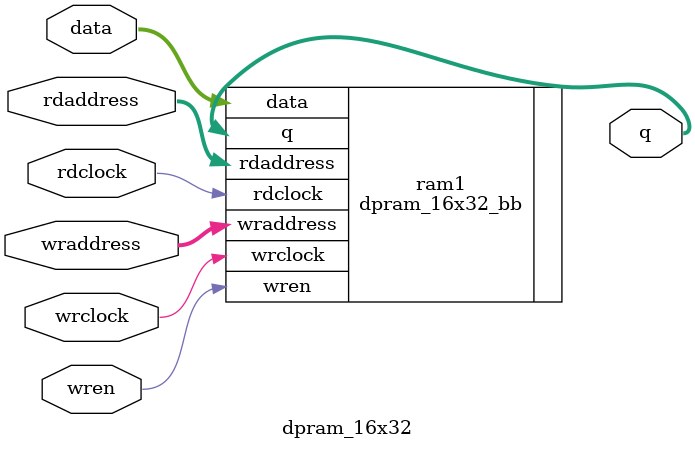
<source format=v>
module dpram_16x32 (
	data,
	wren,
	wraddress,
	rdaddress,
	wrclock,
	rdclock,
	q);

	input [31:0] data;
	input  wren;
	input [3:0] wraddress;
	input [3:0] rdaddress;
	input  wrclock;
	input  rdclock;
	output [31:0] q;


	dpram_16x32_bb ram1 (
		.data(data),
		.wren(wren),
		.wraddress(wraddress),
		.rdaddress(rdaddress),
		.wrclock(wrclock),
		.rdclock(rdclock),
		.q(q));



endmodule

</source>
